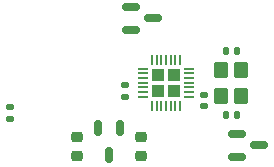
<source format=gbp>
%TF.GenerationSoftware,KiCad,Pcbnew,9.0.4*%
%TF.CreationDate,2025-08-24T10:47:50+01:00*%
%TF.ProjectId,usbc-7seg,75736263-2d37-4736-9567-2e6b69636164,rev?*%
%TF.SameCoordinates,Original*%
%TF.FileFunction,Paste,Bot*%
%TF.FilePolarity,Positive*%
%FSLAX46Y46*%
G04 Gerber Fmt 4.6, Leading zero omitted, Abs format (unit mm)*
G04 Created by KiCad (PCBNEW 9.0.4) date 2025-08-24 10:47:50*
%MOMM*%
%LPD*%
G01*
G04 APERTURE LIST*
G04 Aperture macros list*
%AMRoundRect*
0 Rectangle with rounded corners*
0 $1 Rounding radius*
0 $2 $3 $4 $5 $6 $7 $8 $9 X,Y pos of 4 corners*
0 Add a 4 corners polygon primitive as box body*
4,1,4,$2,$3,$4,$5,$6,$7,$8,$9,$2,$3,0*
0 Add four circle primitives for the rounded corners*
1,1,$1+$1,$2,$3*
1,1,$1+$1,$4,$5*
1,1,$1+$1,$6,$7*
1,1,$1+$1,$8,$9*
0 Add four rect primitives between the rounded corners*
20,1,$1+$1,$2,$3,$4,$5,0*
20,1,$1+$1,$4,$5,$6,$7,0*
20,1,$1+$1,$6,$7,$8,$9,0*
20,1,$1+$1,$8,$9,$2,$3,0*%
G04 Aperture macros list end*
%ADD10RoundRect,0.150000X-0.587500X-0.150000X0.587500X-0.150000X0.587500X0.150000X-0.587500X0.150000X0*%
%ADD11RoundRect,0.050000X0.050000X0.362500X-0.050000X0.362500X-0.050000X-0.362500X0.050000X-0.362500X0*%
%ADD12RoundRect,0.050000X0.362500X0.050000X-0.362500X0.050000X-0.362500X-0.050000X0.362500X-0.050000X0*%
%ADD13RoundRect,0.250000X0.295000X0.295000X-0.295000X0.295000X-0.295000X-0.295000X0.295000X-0.295000X0*%
%ADD14RoundRect,0.140000X-0.170000X0.140000X-0.170000X-0.140000X0.170000X-0.140000X0.170000X0.140000X0*%
%ADD15RoundRect,0.225000X0.250000X-0.225000X0.250000X0.225000X-0.250000X0.225000X-0.250000X-0.225000X0*%
%ADD16RoundRect,0.225000X-0.250000X0.225000X-0.250000X-0.225000X0.250000X-0.225000X0.250000X0.225000X0*%
%ADD17RoundRect,0.140000X-0.140000X-0.170000X0.140000X-0.170000X0.140000X0.170000X-0.140000X0.170000X0*%
%ADD18RoundRect,0.250000X0.350000X-0.450000X0.350000X0.450000X-0.350000X0.450000X-0.350000X-0.450000X0*%
%ADD19RoundRect,0.150000X-0.150000X0.512500X-0.150000X-0.512500X0.150000X-0.512500X0.150000X0.512500X0*%
%ADD20RoundRect,0.140000X0.140000X0.170000X-0.140000X0.170000X-0.140000X-0.170000X0.140000X-0.170000X0*%
%ADD21RoundRect,0.135000X0.185000X-0.135000X0.185000X0.135000X-0.185000X0.135000X-0.185000X-0.135000X0*%
G04 APERTURE END LIST*
D10*
%TO.C,Q1*%
X142305000Y-98050000D03*
X140430000Y-97100000D03*
X140430000Y-99000000D03*
%TD*%
D11*
%TO.C,U3*%
X144630000Y-101537500D03*
X144230000Y-101537500D03*
X143830000Y-101537500D03*
X143430000Y-101537500D03*
X143030000Y-101537500D03*
X142630000Y-101537500D03*
X142230000Y-101537500D03*
D12*
X141467500Y-102300000D03*
X141467500Y-102700000D03*
X141467500Y-103100000D03*
X141467500Y-103500000D03*
X141467500Y-103900000D03*
X141467500Y-104300000D03*
X141467500Y-104700000D03*
D11*
X142230000Y-105462500D03*
X142630000Y-105462500D03*
X143030000Y-105462500D03*
X143430000Y-105462500D03*
X143830000Y-105462500D03*
X144230000Y-105462500D03*
X144630000Y-105462500D03*
D12*
X145392500Y-104700000D03*
X145392500Y-104300000D03*
X145392500Y-103900000D03*
X145392500Y-103500000D03*
X145392500Y-103100000D03*
X145392500Y-102700000D03*
X145392500Y-102300000D03*
D13*
X142755000Y-102825000D03*
X142755000Y-104175000D03*
X144105000Y-102825000D03*
X144105000Y-104175000D03*
%TD*%
D10*
%TO.C,Q2*%
X151337500Y-108800000D03*
X149462500Y-107850000D03*
X149462500Y-109750000D03*
%TD*%
D14*
%TO.C,C3*%
X140000000Y-104680000D03*
X140000000Y-103720000D03*
%TD*%
D15*
%TO.C,C1*%
X135900000Y-108125000D03*
X135900000Y-109675000D03*
%TD*%
D14*
%TO.C,C4*%
X146630000Y-105480000D03*
X146630000Y-104520000D03*
%TD*%
D16*
%TO.C,C2*%
X141300000Y-109675000D03*
X141300000Y-108125000D03*
%TD*%
D17*
%TO.C,C5*%
X149430000Y-106200000D03*
X148470000Y-106200000D03*
%TD*%
D18*
%TO.C,Y1*%
X149800000Y-104600000D03*
X149800000Y-102400000D03*
X148100000Y-102400000D03*
X148100000Y-104600000D03*
%TD*%
D19*
%TO.C,U4*%
X138600000Y-109637500D03*
X139550000Y-107362500D03*
X137650000Y-107362500D03*
%TD*%
D20*
%TO.C,C6*%
X148470000Y-100800000D03*
X149430000Y-100800000D03*
%TD*%
D21*
%TO.C,R3*%
X130250000Y-106610000D03*
X130250000Y-105590000D03*
%TD*%
M02*

</source>
